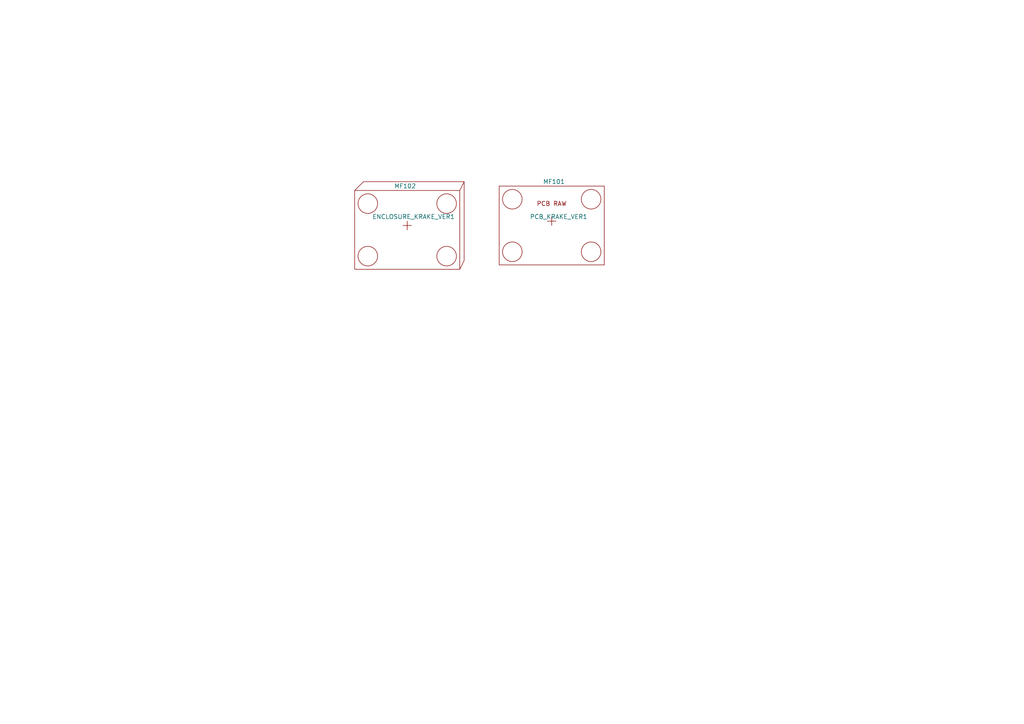
<source format=kicad_sch>
(kicad_sch (version 20230121) (generator eeschema)
  (paper "A4")
  (title_block (title "KRAKE_PCB") (date "2025-07-18") (rev "2.0") (company "PublicInvention") (comment 1 "GNU Affero General Public License v3.0") (comment 2 "DrawnBy: (Forrest) Lee Erickson, Nagham Kheir") (comment 3 "https://github.com/PubInv/krake") (comment 4 "Inherited from the GPAD"))
  (lib_symbols
    (symbol "GPAD_SCH_LIB:ENCLOSURE_GPAD_VER1" (on_board no)
      (property "Reference" "MF102" (at -3.81 11.43 0))
      (property "Value" "ENCLOSURE_GPAD_VER1" (at -10.16 2.54 0))
      (symbol "ENCLOSURE_GPAD_VER1_0_1"
        (rectangle (start -15.24 10.16) (end 15.24 -12.7))
        (circle (center -11.43 -8.89) (radius 2.8398))
        (circle (center -11.43 6.35) (radius 2.8398))
        (polyline (pts (xy -1.27 0) (xy 1.27 0)))
        (polyline (pts (xy 0 -1.27) (xy 0 1.27)))
        (polyline (pts (xy 15.24 10.16) (xy 16.51 12.7)))
        (polyline (pts (xy -15.24 10.16) (xy -12.7 12.7) (xy 16.51 12.7) (xy 16.51 -10.16) (xy 15.24 -12.7)))
        (circle (center 11.43 -8.89) (radius 2.8398))
        (circle (center 11.43 6.35) (radius 2.8398))
      )
    )
    (symbol "GPAD_SCH_LIB:PCB_GPAD_VER1" (on_board no)
      (property "Reference" "MF" (at 0 0 0))
      (property "Value" "PCB_GPAD_VER1" (at 0 0 0))
      (symbol "PCB_GPAD_VER1_0_0"
        (text "PCB RAW" (at 0 5.08 0) (effects (font (size 1.27 1.27))))
      )
      (symbol "PCB_GPAD_VER1_0_1"
        (rectangle (start -15.24 10.16) (end 15.24 -12.7))
        (circle (center -11.43 -8.89) (radius 2.8398))
        (circle (center -11.43 6.35) (radius 2.8398))
        (polyline (pts (xy -1.27 0) (xy 1.27 0)))
        (polyline (pts (xy 0 -1.27) (xy 0 1.27)))
        (circle (center 11.43 -8.89) (radius 2.8398))
        (circle (center 11.43 6.35) (radius 2.8398))
      )
    )
  )
  (symbol (lib_id "GPAD_SCH_LIB:ENCLOSURE_GPAD_VER1") (at 118.11 65.405 0) (unit 1) (on_board no)
    (property "Reference" "MF102" (at 114.3 53.975 0) (effects (justify left)))
    (property "Value" "ENCLOSURE_KRAKE_VER1" (at 107.95 62.865 0) (effects (justify left)))
    (property "Distributor 1" "PublicInvention" (effects hide))
    (property "Distributor 1 PN" "ENCLOSURE_KRAKE_VER1" (effects hide))
    (property "Cost" "1000000" (effects hide))
    (property "AssemblyType" "HAND" (effects hide))
    (property "Description" "NA" (effects hide))
    (property "MPN" "NA" (effects hide))
    (property "Manufacturer" "NA" (effects hide))
    (instances (project "PWA_REV2" (path "" (reference "MF102") (unit 1)) (path "" (reference "MF801") (unit 1))))
  )
  (symbol (lib_id "GPAD_SCH_LIB:PCB_GPAD_VER1") (at 160.02 64.135 0) (unit 1) (on_board no)
    (property "Reference" "MF101" (at 157.48 52.705 0) (effects (justify left)))
    (property "Value" "PCB_KRAKE_VER1" (at 153.67 62.865 0) (effects (justify left)))
    (property "Datasheet" "Gerbers2501181555.zip" (effects hide))
    (property "Distributor 1" "PublicInvention" (effects hide))
    (property "Distributor 1 PN" "PCB_KRAKE_V1" (effects hide))
    (property "Cost" "1000000" (effects hide))
    (property "AssemblyType" "HAND" (effects hide))
    (property "Description" "PCB for KRAKE Version 1" (effects hide))
    (property "MPN" "Gerbers2501181555.zip" (effects hide))
    (instances (project "PWA_REV2" (path "" (reference "MF101") (unit 1)) (path "" (reference "MF802") (unit 1))))
  )
)
</source>
